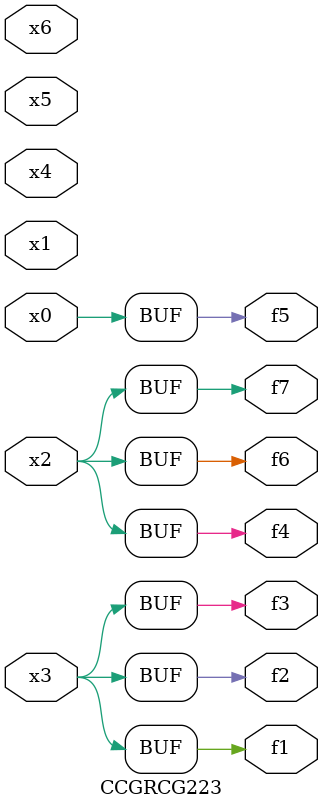
<source format=v>
module CCGRCG223(
	input x0, x1, x2, x3, x4, x5, x6,
	output f1, f2, f3, f4, f5, f6, f7
);
	assign f1 = x3;
	assign f2 = x3;
	assign f3 = x3;
	assign f4 = x2;
	assign f5 = x0;
	assign f6 = x2;
	assign f7 = x2;
endmodule

</source>
